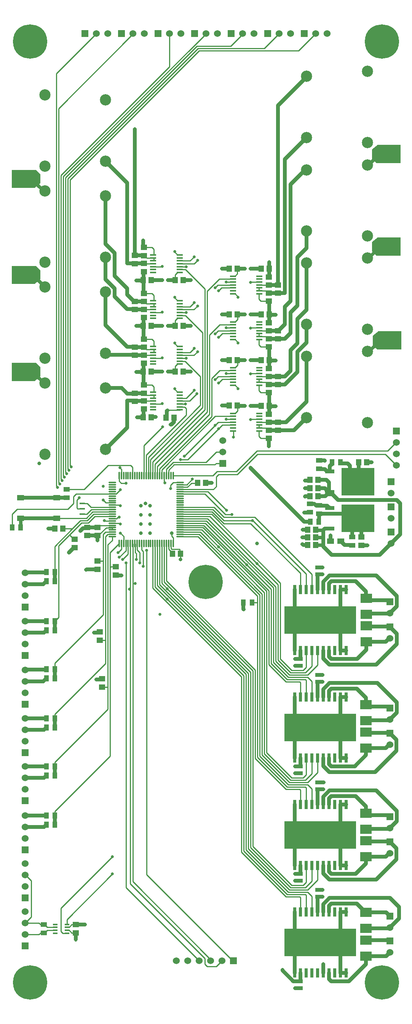
<source format=gtl>
G04*
G04 #@! TF.GenerationSoftware,Altium Limited,Altium Designer,19.0.15 (446)*
G04*
G04 Layer_Physical_Order=1*
G04 Layer_Color=255*
%FSLAX25Y25*%
%MOIN*%
G70*
G01*
G75*
%ADD11C,0.01000*%
%ADD30R,0.63000X0.24400*%
%ADD31R,0.02500X0.08300*%
%ADD44R,0.29000X0.24000*%
%ADD45R,0.08268X0.03740*%
%ADD46R,0.04528X0.05709*%
%ADD47R,0.04134X0.05512*%
%ADD48R,0.05512X0.01378*%
%ADD49R,0.03937X0.03543*%
%ADD50R,0.06102X0.05118*%
%ADD51R,0.04331X0.01575*%
%ADD52R,0.04724X0.01575*%
%ADD53R,0.09843X0.07874*%
%ADD54R,0.06000X0.05000*%
%ADD55R,0.05512X0.04134*%
%ADD56R,0.05709X0.04528*%
%ADD57O,0.01181X0.07087*%
%ADD58O,0.07087X0.01181*%
%ADD59C,0.03200*%
%ADD60C,0.03000*%
%ADD61R,0.06000X0.06000*%
%ADD62C,0.06000*%
%ADD63R,0.06000X0.06000*%
%ADD64C,0.30000*%
%ADD65C,0.09843*%
%ADD66C,0.03200*%
%ADD67C,0.02500*%
G36*
X30000Y559151D02*
Y551151D01*
X25000Y547151D01*
X5000D01*
Y562922D01*
X26228D01*
X30000Y559151D01*
D02*
G37*
G36*
Y643891D02*
Y635891D01*
X25000Y631891D01*
X5000D01*
Y647663D01*
X26228D01*
X30000Y643891D01*
D02*
G37*
G36*
Y728000D02*
Y720000D01*
X25000Y716000D01*
X5000D01*
Y731772D01*
X26228D01*
X30000Y728000D01*
D02*
G37*
G36*
X345900Y574837D02*
X324672D01*
X320900Y578609D01*
Y586609D01*
X325900Y590609D01*
X345900D01*
Y574837D01*
D02*
G37*
G36*
X345400Y656837D02*
X324172D01*
X320400Y660609D01*
Y668609D01*
X325400Y672609D01*
X345400D01*
Y656837D01*
D02*
G37*
G36*
Y737837D02*
X324172D01*
X320400Y741609D01*
Y749609D01*
X325400Y753609D01*
X345400D01*
Y737837D01*
D02*
G37*
D11*
X147843Y635488D02*
X147949Y635595D01*
X147843Y595366D02*
X148000Y595524D01*
X147843Y555366D02*
X148000Y555524D01*
X151917Y521716D02*
X152106Y521906D01*
X141385Y521716D02*
X151917D01*
X100752Y457795D02*
X105000D01*
X98878Y459669D02*
X100752Y457795D01*
X98878Y459669D02*
Y464335D01*
X189371Y475129D02*
X189500Y475000D01*
X183800Y475129D02*
X189371D01*
X182671Y474000D02*
X183800Y475129D01*
X169500Y474000D02*
X182671D01*
X190500Y422500D02*
X214000D01*
X180358Y432642D02*
X190500Y422500D01*
X152224Y432642D02*
X180358D01*
X214000Y422500D02*
X257600Y378900D01*
X147043Y474000D02*
X169500D01*
X142185Y469142D02*
X147043Y474000D01*
X142185Y464335D02*
Y469142D01*
X175000Y476000D02*
X184000Y485000D01*
X189500D01*
X146122Y476000D02*
X175000D01*
X140217Y470094D02*
X146122Y476000D01*
X140217Y464335D02*
Y470094D01*
X152500Y478500D02*
X159043D01*
X178750Y39750D02*
Y41250D01*
X156000Y481217D02*
Y481457D01*
X108721Y365000D02*
Y404886D01*
Y107343D02*
Y365000D01*
X156000Y481457D02*
X183000Y508457D01*
X219500Y486000D02*
X334000D01*
X201500Y468000D02*
X219500Y486000D01*
X184665Y468000D02*
X201500D01*
X181000Y464335D02*
X184665Y468000D01*
X146122Y464335D02*
X181000D01*
X158164Y456264D02*
X163100Y461200D01*
X152224Y456264D02*
X158164D01*
X221236Y618563D02*
Y623457D01*
Y578563D02*
Y583457D01*
Y538563D02*
Y543457D01*
Y498563D02*
Y503457D01*
X129142Y657382D02*
Y662276D01*
Y617260D02*
Y622142D01*
Y577260D02*
Y582154D01*
Y537260D02*
Y541913D01*
X167552Y457795D02*
X167657Y457900D01*
X162252Y457795D02*
X167552D01*
X341000Y473000D02*
Y474000D01*
X183800Y463300D02*
X186000Y465500D01*
X183800Y454800D02*
Y463300D01*
X181327Y452327D02*
X183800Y454800D01*
X186000Y465500D02*
X202396D01*
X152224Y452327D02*
X181327D01*
X219896Y483000D02*
X332000D01*
X202396Y465500D02*
X219896Y483000D01*
X159043Y478500D02*
X186000Y505457D01*
X189118Y508575D01*
X183000Y508457D02*
X185677Y511134D01*
X136279Y469461D02*
X183070Y516252D01*
X136279Y464335D02*
Y469461D01*
X183070Y516252D02*
X198272D01*
X134311Y470311D02*
X180000Y516000D01*
X134311Y464335D02*
Y470311D01*
X180000Y516000D02*
Y549346D01*
X132343Y472342D02*
X178000Y518000D01*
X130374Y474374D02*
X176000Y520000D01*
X128405Y476405D02*
X174000Y522000D01*
X178000Y518000D02*
Y587346D01*
X174000Y522000D02*
Y627587D01*
X130374Y464335D02*
Y474374D01*
X132343Y464335D02*
Y472342D01*
X176000Y520000D02*
Y625655D01*
X128405Y464335D02*
Y476405D01*
X126437Y478437D02*
X172000Y524000D01*
X124469Y480469D02*
X170000Y526000D01*
X122500Y482500D02*
X157500Y517500D01*
X172000Y524000D02*
Y589465D01*
X122500Y464335D02*
Y482500D01*
X170000Y526000D02*
Y551136D01*
X157500Y517500D02*
Y523000D01*
X124469Y464335D02*
Y480469D01*
X126437Y464335D02*
Y478437D01*
X48000Y726900D02*
X143000Y821900D01*
X48000Y461000D02*
Y726900D01*
X143000Y821900D02*
Y851000D01*
X219750Y387250D02*
X238000Y369000D01*
X219500Y387500D02*
X219750Y387250D01*
X178295Y428705D02*
X219500Y387500D01*
X176264Y426736D02*
X236000Y367000D01*
X238000Y303000D02*
Y369000D01*
X152224Y428705D02*
X178295D01*
X240000Y304000D02*
Y370500D01*
X179827Y430673D02*
X240000Y370500D01*
X152224Y430673D02*
X179827D01*
X220000Y353500D02*
Y359000D01*
Y218000D02*
Y353500D01*
X215240Y353500D02*
X215240Y353500D01*
X220000D01*
X141000Y356500D02*
X208000Y289500D01*
X130374Y367126D02*
X141000Y356500D01*
X128405Y365913D02*
Y404886D01*
X210000Y137000D02*
Y290682D01*
X128405Y365913D02*
X206000Y288318D01*
X132343Y368339D02*
X210000Y290682D01*
X132343Y368339D02*
Y404886D01*
X206000Y135000D02*
Y288318D01*
X141000Y365500D02*
X214000Y292500D01*
X136279Y370220D02*
X141000Y365500D01*
X216000Y140000D02*
Y293682D01*
X134311Y369007D02*
Y404886D01*
X138248Y371434D02*
X216000Y293682D01*
X134311Y369007D02*
X212000Y291318D01*
Y138000D02*
Y291318D01*
X138248Y371434D02*
Y404886D01*
X171106Y416894D02*
X226000Y362000D01*
X152224Y418862D02*
X172320D01*
X228000Y222000D02*
Y363182D01*
X169893Y414925D02*
X224000Y360818D01*
X172320Y418862D02*
X228000Y363182D01*
X152224Y414925D02*
X169893D01*
X224000Y220000D02*
Y360818D01*
X174201Y422799D02*
X232000Y365000D01*
X152224Y424768D02*
X175414D01*
X234000Y301000D02*
Y366182D01*
X175414Y424768D02*
X234000Y366182D01*
X172987Y420831D02*
X230000Y363818D01*
X152224Y420831D02*
X172987D01*
X230000Y299000D02*
Y363818D01*
X152224Y422799D02*
X174201D01*
X152224Y426736D02*
X176264D01*
X152224Y416894D02*
X171106D01*
X169043Y412957D02*
X222000Y360000D01*
X152224Y412957D02*
X169043D01*
X168012Y410988D02*
X220000Y359000D01*
X152224Y410988D02*
X168012D01*
X222000Y219000D02*
Y360000D01*
X226000Y221000D02*
Y362000D01*
X174000Y448390D02*
X191890Y430500D01*
X197500D01*
X228500Y412500D02*
X262600Y378400D01*
X216000Y425000D02*
X228500Y412500D01*
X206000Y135000D02*
X245000Y96000D01*
X208000Y136000D02*
Y289500D01*
Y136000D02*
X246000Y98000D01*
X210000Y137000D02*
X247000Y100000D01*
X212000Y138000D02*
X248000Y102000D01*
X214000Y139000D02*
Y292500D01*
Y139000D02*
X249000Y104000D01*
X267600Y364600D02*
Y377900D01*
X217500Y428000D02*
X267600Y377900D01*
X190484Y428000D02*
X217500D01*
X262600Y364600D02*
Y378400D01*
X190500Y425000D02*
X216000D01*
X257600Y364600D02*
Y378900D01*
X184000Y35000D02*
X189000Y40000D01*
X176086Y35000D02*
X184000D01*
X174000Y37086D02*
X176086Y35000D01*
X174000Y37086D02*
Y42063D01*
X108721Y107343D02*
X174000Y42063D01*
X105000Y104000D02*
X169000Y40000D01*
X105000Y388000D02*
X105000Y104000D01*
X110811Y109189D02*
X178750Y41250D01*
X110811Y109189D02*
Y370000D01*
X123000Y115500D02*
X199000Y39500D01*
X123000Y115500D02*
Y399000D01*
X151909Y652264D02*
X161004D01*
X150106D02*
X151909D01*
X42740Y167689D02*
Y170689D01*
Y210689D02*
Y213689D01*
Y252689D02*
Y255689D01*
Y295689D02*
Y300440D01*
X85000Y342700D01*
X42740Y337040D02*
Y337689D01*
Y337000D02*
Y337040D01*
X46000Y340300D01*
X42720Y337020D02*
X42740Y337040D01*
X41565Y335865D02*
X42720Y337020D01*
X46000Y340300D02*
Y403000D01*
X42457Y380000D02*
Y402457D01*
X58000Y418000D01*
X16850Y115000D02*
X22000Y109850D01*
X16500Y115000D02*
X16850D01*
X22000Y78500D02*
Y109850D01*
X16500Y73000D02*
X22000Y78500D01*
X221697Y631134D02*
X229654D01*
X221236D02*
X221697D01*
Y626016D02*
X227323D01*
X221236D02*
X221697D01*
X221236D02*
Y628575D01*
Y586016D02*
Y588575D01*
X221697Y591134D02*
X229654D01*
X221236D02*
X221697D01*
X221236Y586016D02*
X221697D01*
X221236Y551134D02*
X221697D01*
X221236Y546016D02*
Y548575D01*
Y546016D02*
X221697D01*
X335500Y58000D02*
X336000Y57500D01*
X335500Y68500D02*
X336000Y69000D01*
X68803Y71543D02*
X69000Y71740D01*
X12740Y419000D02*
X12752Y419012D01*
X5260Y419000D02*
Y430673D01*
X9587Y435000D01*
X54000D01*
X59000Y440000D01*
X198468Y623457D02*
X200339D01*
X198272D02*
X198468D01*
Y583457D02*
X200339D01*
X198272D02*
X198468D01*
Y543457D02*
X200339D01*
X198272D02*
X198468D01*
X151909Y657382D02*
X152106D01*
X150039D02*
X151909D01*
Y617260D02*
X152106D01*
X150039D02*
X151909D01*
Y577260D02*
X152106D01*
X150039D02*
X151909D01*
Y537260D02*
X152106D01*
X150039D02*
X151909D01*
X53118Y66720D02*
X55146D01*
X151909Y649705D02*
X164488D01*
X150106D02*
X151909D01*
X198468Y593693D02*
X200272D01*
X192500D02*
X198468D01*
Y553693D02*
X200272D01*
X192500D02*
X198468D01*
Y513693D02*
X200272D01*
X192500D02*
X198468D01*
X53118Y69279D02*
X55146D01*
X31567Y65827D02*
X34925D01*
X28740Y63000D02*
X31567Y65827D01*
X16500Y63000D02*
X28740D01*
X16000D02*
X16500D01*
X31567Y70173D02*
X34925D01*
X16500Y73000D02*
X28740D01*
X31567Y70173D01*
X48000Y65827D02*
X49665Y64161D01*
X53118D01*
X48000Y65827D02*
Y86000D01*
X53118Y76149D02*
X93000Y116031D01*
X55146Y66720D02*
X57410Y64457D01*
X58000D01*
X55146Y69279D02*
X57410Y71543D01*
X58000D01*
X35819Y69279D02*
X42882D01*
X34925Y70173D02*
X35819Y69279D01*
X34925Y65827D02*
X35819Y66720D01*
X42882D01*
X169000Y836000D02*
X256100D01*
X271000Y850900D01*
Y851000D01*
X168000Y838000D02*
X226000D01*
X239000Y851000D01*
X196500Y840000D02*
X207000Y850500D01*
Y851000D01*
X174500Y850400D02*
Y851500D01*
X50000Y725900D02*
X174500Y850400D01*
X50000Y464000D02*
Y725900D01*
X109750Y849250D02*
X112250D01*
X46000Y785500D02*
X109750Y849250D01*
X46000Y458000D02*
Y785500D01*
X44000Y816000D02*
X79000Y851000D01*
X44000Y816000D02*
X44000Y455000D01*
X151909Y642028D02*
X152106D01*
X150039D02*
X151909D01*
X198468Y638811D02*
X200339D01*
X198272D02*
X198468D01*
X151909Y601905D02*
X152106D01*
X150039D02*
X151909D01*
X198468Y598811D02*
X200339D01*
X198272D02*
X198468D01*
X151909Y561905D02*
X152106D01*
X150039D02*
X151909D01*
X198468Y558811D02*
X200339D01*
X198272D02*
X198468D01*
Y518811D02*
X200339D01*
X198272D02*
X198468D01*
X332000Y483000D02*
X341000Y474000D01*
X218000Y217000D02*
Y294500D01*
X140217Y372284D02*
X218000Y294500D01*
X140217Y372284D02*
Y404886D01*
X136279Y370220D02*
Y404886D01*
X130374Y367126D02*
Y404886D01*
X176520Y450480D02*
X193000Y434000D01*
X199000Y498000D02*
Y502925D01*
X198468Y503457D02*
X199000Y502925D01*
X99600Y471111D02*
Y471200D01*
Y471111D02*
X100847Y469864D01*
Y464335D02*
Y469864D01*
X89201Y473500D02*
X109000D01*
X68181Y452480D02*
X89201Y473500D01*
X109000D02*
X110689Y471811D01*
Y464335D02*
Y471811D01*
X84900Y442900D02*
X87284Y440516D01*
X92776D01*
X127492Y583803D02*
X129142Y582154D01*
X120492Y583803D02*
X127492D01*
X152106Y527024D02*
X157000D01*
X152106Y567024D02*
X157500D01*
X152106Y607024D02*
X157500D01*
X152106Y647146D02*
X157500D01*
X192500Y633693D02*
X198272D01*
X202429Y640902D02*
Y645457D01*
X200339Y638811D02*
X202429Y640902D01*
X202500Y600973D02*
Y605386D01*
X202429Y605457D02*
X202500Y605386D01*
X200339Y598811D02*
X202500Y600973D01*
Y560972D02*
Y565386D01*
X202429Y565457D02*
X202500Y565386D01*
X200339Y558811D02*
X202500Y560972D01*
X202500Y520972D02*
Y525457D01*
X202429Y525528D02*
X202500Y525457D01*
X200339Y518811D02*
X202500Y520972D01*
X189118Y508575D02*
X198272D01*
X185677Y511134D02*
X198272D01*
X202599Y540744D02*
X202886Y540457D01*
X202599Y540744D02*
Y541196D01*
X200339Y543457D02*
X202599Y541196D01*
X186000Y545457D02*
X189118Y548575D01*
X198272D01*
X183000Y548457D02*
X185677Y551134D01*
X198272D01*
X186906Y556252D02*
X198272D01*
X202599Y580744D02*
X202886Y580457D01*
X202599Y580744D02*
Y581196D01*
X200339Y583457D02*
X202599Y581196D01*
X186000Y585457D02*
X189118Y588575D01*
X198272D01*
X183000Y588457D02*
X185677Y591134D01*
X198272D01*
X186906Y596252D02*
X198272D01*
X202599Y620744D02*
X202886Y620457D01*
X202599Y620744D02*
Y621197D01*
X200339Y623457D02*
X202599Y621197D01*
X186000Y626016D02*
X188559Y628575D01*
X198272D01*
X183000Y628766D02*
X185368Y631134D01*
X198272D01*
X186597Y636252D02*
X198272D01*
X141121Y521452D02*
X141385Y521716D01*
X148000Y555524D02*
Y559866D01*
X150039Y561905D01*
X147843Y555366D02*
X147949Y555260D01*
X148000Y595524D02*
Y599866D01*
X150039Y601905D01*
X147949Y635595D02*
Y639937D01*
X150039Y642028D01*
X156224Y524276D02*
X157500Y523000D01*
X152295Y524276D02*
X156224D01*
X152106Y524465D02*
X152295Y524276D01*
X147492Y540260D02*
X147779Y539973D01*
Y539520D02*
Y539973D01*
Y539520D02*
X150039Y537260D01*
X160583Y529583D02*
X167000Y536000D01*
X152106Y529583D02*
X160583D01*
X157705Y532142D02*
X164563Y539000D01*
X152106Y532142D02*
X157705D01*
X152106Y564465D02*
X156672D01*
X147492Y580260D02*
X147779Y579973D01*
Y579520D02*
Y579973D01*
Y579520D02*
X150039Y577260D01*
X164366Y569583D02*
X167563Y572780D01*
X152106Y569583D02*
X164366D01*
X160925Y572142D02*
X164563Y575779D01*
X152106Y572142D02*
X160925D01*
X147492Y620260D02*
X147779Y619973D01*
Y619520D02*
Y619973D01*
Y619520D02*
X150039Y617260D01*
X164366Y609583D02*
X167563Y612780D01*
X152106Y609583D02*
X164366D01*
X160882Y612142D02*
X164520Y615779D01*
X152106Y612142D02*
X160882D01*
X152106Y604465D02*
X157000D01*
X152106Y644587D02*
X157000D01*
X164488Y649705D02*
X167563Y652779D01*
X161004Y652264D02*
X164520Y655780D01*
X147492Y659929D02*
Y660260D01*
Y659929D02*
X150039Y657382D01*
X214122Y633693D02*
X221236D01*
X213886Y633457D02*
X214122Y633693D01*
X213886Y593457D02*
X214122Y593693D01*
X221236D01*
X214122Y553693D02*
X221236D01*
X213886Y553457D02*
X214122Y553693D01*
X221236Y506016D02*
Y508575D01*
X214122Y513693D02*
X221236D01*
Y506016D02*
X223500D01*
X213886Y513457D02*
X214122Y513693D01*
X221236Y511134D02*
X223500D01*
X221697Y586016D02*
X227268D01*
X221697Y551134D02*
X229654D01*
X221697Y546016D02*
X227268D01*
X223500Y506016D02*
X227268D01*
X223500Y511134D02*
X229795D01*
X129142Y652264D02*
Y654823D01*
X126878D02*
X129142D01*
X126878Y649705D02*
X129142D01*
X126878Y614701D02*
X129142D01*
Y612142D02*
Y614701D01*
X126878Y609583D02*
X129142D01*
X126878Y569583D02*
X129142D01*
Y572142D02*
Y574701D01*
X126878D02*
X129142D01*
X129130Y534713D02*
X129142Y534701D01*
Y532142D02*
Y534701D01*
X126878Y529583D02*
X129142D01*
X72000Y423000D02*
X77705Y428705D01*
X75642Y432642D02*
X92776D01*
X70142Y427142D02*
X75642Y432642D01*
X74532Y434610D02*
X92776D01*
X70547Y430626D02*
X74532Y434610D01*
X76673Y430673D02*
X92776D01*
X71000Y425000D02*
X76673Y430673D01*
X181905Y436579D02*
X190484Y428000D01*
X152224Y436579D02*
X181905D01*
X180890Y434610D02*
X190500Y425000D01*
X152224Y434610D02*
X180890D01*
X112492Y767492D02*
X112500Y767500D01*
X56000Y723000D02*
X169000Y836000D01*
X56000Y473000D02*
Y723000D01*
X54000Y724000D02*
X168000Y838000D01*
X52000Y725000D02*
X167000Y840000D01*
X54000Y470000D02*
Y724000D01*
X167000Y840000D02*
X196500D01*
X52000Y467000D02*
Y725000D01*
X144000Y456110D02*
X146122Y458232D01*
X144000Y453000D02*
Y456110D01*
X146122Y458232D02*
X152224D01*
X108003Y365000D02*
X108721D01*
X110811Y370000D02*
Y404764D01*
Y370000D02*
X113000D01*
X92776Y422799D02*
X98795D01*
X120531Y490531D02*
X137000Y507000D01*
X139000Y458000D02*
Y458406D01*
X138248Y459158D02*
X139000Y458406D01*
X138248Y459158D02*
Y464335D01*
X59000Y446000D02*
X61390Y448390D01*
X92776D01*
X100000Y414000D02*
X102815Y411185D01*
Y404886D02*
Y411185D01*
X92776Y438547D02*
X99047D01*
X92776Y448390D02*
X96390D01*
X100000Y452000D01*
X145000Y411250D02*
X146122Y410128D01*
Y404886D02*
Y410128D01*
X145000Y411250D02*
Y414000D01*
X334000Y486000D02*
X341000Y493000D01*
X85000Y342700D02*
Y390000D01*
X86000Y425000D02*
X86232Y424768D01*
X92776D01*
X119949Y385000D02*
X120000Y385051D01*
X117000Y388000D02*
Y397000D01*
X120000Y385051D02*
Y398000D01*
X112811Y397189D02*
X114000Y396000D01*
Y391000D02*
Y396000D01*
X114626Y399374D02*
Y404886D01*
Y399374D02*
X117000Y397000D01*
X56000Y473000D02*
X57000Y472000D01*
X58000Y418000D02*
X65000Y425000D01*
X49543Y418000D02*
X58000D01*
X56000Y413000D02*
X66000Y423000D01*
X46000Y403000D02*
X56000Y413000D01*
Y411953D02*
Y413000D01*
Y411953D02*
X59409Y408543D01*
X60000D01*
X85000Y390000D02*
Y413000D01*
X84543Y389543D02*
X85000Y390000D01*
X80000Y389543D02*
X84543D01*
X87000Y321000D02*
Y411000D01*
Y299949D02*
Y321000D01*
X86457Y320457D02*
X87000Y321000D01*
X82000Y320457D02*
X86457D01*
X42740Y255689D02*
X87000Y299949D01*
X89000Y280000D02*
Y404000D01*
Y259949D02*
Y280000D01*
X88457Y279457D02*
X89000Y280000D01*
X84000Y279457D02*
X88457D01*
X91000Y218949D02*
Y384000D01*
X42740Y210000D02*
Y210689D01*
Y170689D02*
X91000Y218949D01*
X89000Y404000D02*
X92776Y407776D01*
X42740Y167000D02*
Y167689D01*
X91000Y384000D02*
Y397000D01*
Y384000D02*
X91543Y384543D01*
X96099D01*
X42740Y295000D02*
Y295689D01*
Y252000D02*
Y252689D01*
Y213689D02*
X89000Y259949D01*
X112811Y397189D02*
Y404732D01*
X112657Y404886D02*
X112811Y404732D01*
X118563Y399437D02*
X120000Y398000D01*
X118563Y399437D02*
Y404886D01*
X98000Y397000D02*
X100847Y399847D01*
Y404886D01*
X106752Y395752D02*
Y404886D01*
X102000Y391000D02*
X106752Y395752D01*
X99000Y393000D02*
X104783Y398783D01*
Y404886D01*
X91000Y397000D02*
X98878Y404878D01*
X87000Y411000D02*
X88957Y412957D01*
X86925Y414925D02*
X92776D01*
X85000Y413000D02*
X86925Y414925D01*
X59000Y440000D02*
Y446000D01*
X62000Y436000D02*
Y442929D01*
X64000Y444929D01*
X62000Y436000D02*
X62650Y435350D01*
X66602D01*
Y430626D02*
X70547D01*
X77705Y428705D02*
X92776D01*
X71000Y440000D02*
X74421Y436579D01*
X92776D01*
X66677Y440000D02*
X71000D01*
X53000Y452480D02*
X68181D01*
X48000Y461000D02*
X49000Y460000D01*
X46000Y458000D02*
X47000Y457000D01*
X53000Y445000D02*
X53689D01*
X98713Y427713D02*
X99000Y428000D01*
X97693Y427713D02*
X98713D01*
X96716Y426736D02*
X97693Y427713D01*
X92776Y426736D02*
X96716D01*
X44000Y455000D02*
X45000Y454000D01*
X54000Y470000D02*
X55000Y469000D01*
X52000Y467000D02*
X53000Y466000D01*
X50000Y464000D02*
X51000Y463000D01*
X44248Y427142D02*
X70142D01*
X152347Y450480D02*
X176520D01*
X152224Y448390D02*
X174000D01*
X48000Y86000D02*
X93000Y131000D01*
X53118Y71839D02*
Y76149D01*
X110689Y404886D02*
X110811Y404764D01*
X66000Y423000D02*
X72000D01*
X65000Y425000D02*
X71000D01*
X158752Y454295D02*
X162252Y457795D01*
X152224Y454295D02*
X158752D01*
X152224Y450358D02*
X152347Y450480D01*
X257500Y82600D02*
Y95414D01*
X256914Y96000D02*
X257500Y95414D01*
X245000Y96000D02*
X256914D01*
X267500Y82600D02*
Y96500D01*
X264000Y100000D02*
X267500Y96500D01*
X247000Y100000D02*
X264000D01*
Y102000D02*
X272600Y110600D01*
X248000Y102000D02*
X264000D01*
X262000Y104000D02*
X267600Y109600D01*
X249000Y104000D02*
X262000D01*
X260000Y106000D02*
X262600Y108600D01*
X250000Y106000D02*
X260000D01*
X216000Y140000D02*
X250000Y106000D01*
X218000Y217000D02*
X245000Y190000D01*
X220000Y218000D02*
X246000Y192000D01*
X222000Y219000D02*
X247000Y194000D01*
X224000Y220000D02*
X248000Y196000D01*
X226000Y221000D02*
X249000Y198000D01*
X228000Y222000D02*
X250000Y200000D01*
X230000Y299000D02*
X245000Y284000D01*
X232000Y300000D02*
Y365000D01*
Y300000D02*
X246000Y286000D01*
X234000Y301000D02*
X247000Y288000D01*
X236000Y302000D02*
Y367000D01*
Y302000D02*
X248000Y290000D01*
X238000Y303000D02*
X249000Y292000D01*
X240000Y304000D02*
X250000Y294000D01*
X262500Y82600D02*
Y97414D01*
X261914Y98000D02*
X262500Y97414D01*
X246000Y98000D02*
X261914D01*
X272600Y110600D02*
Y123400D01*
X267600Y109600D02*
Y123400D01*
X262600Y108600D02*
Y123400D01*
X257600Y176600D02*
Y189400D01*
X257000Y190000D02*
X257600Y189400D01*
X245000Y190000D02*
X257000D01*
X152543Y391000D02*
Y396000D01*
X151957Y396586D02*
Y400000D01*
Y396586D02*
X152543Y396000D01*
X145000Y400000D02*
X151957D01*
X144276Y400724D02*
X145000Y400000D01*
X144276Y400724D02*
Y404764D01*
X144153Y404886D02*
X144276Y404764D01*
X145142Y395685D02*
Y396905D01*
X142185Y399862D02*
X145142Y396905D01*
X142185Y399862D02*
Y404886D01*
X262600Y176600D02*
Y191400D01*
X262000Y192000D02*
X262600Y191400D01*
X246000Y192000D02*
X262000D01*
X267600Y176600D02*
Y190400D01*
X264000Y194000D02*
X267600Y190400D01*
X247000Y194000D02*
X264000D01*
X249000Y198000D02*
X262000D01*
X250000Y200000D02*
X260000D01*
X264000Y196000D02*
X272600Y204600D01*
Y217400D01*
X248000Y196000D02*
X264000D01*
X262000Y198000D02*
X267600Y203600D01*
Y217400D01*
X260000Y200000D02*
X262600Y202600D01*
Y217400D01*
X257600Y270600D02*
Y283400D01*
X257000Y284000D02*
X257600Y283400D01*
X245000Y284000D02*
X257000D01*
X262600Y270600D02*
Y285400D01*
X262000Y286000D02*
X262600Y285400D01*
X246000Y286000D02*
X262000D01*
X267600Y270600D02*
Y284400D01*
X264000Y288000D02*
X267600Y284400D01*
X247000Y288000D02*
X264000D01*
Y290000D02*
X272600Y298600D01*
Y311400D01*
X248000Y290000D02*
X264000D01*
X262000Y292000D02*
X267600Y297600D01*
Y311400D01*
X249000Y292000D02*
X262000D01*
X250000Y294000D02*
X260000D01*
X262600Y296600D01*
Y311400D01*
X120531Y464335D02*
Y490531D01*
X121095Y663925D02*
X127492D01*
X180000Y549346D02*
X186906Y556252D01*
X178000Y587346D02*
X186906Y596252D01*
X176000Y625655D02*
X186597Y636252D01*
X156672Y564465D02*
X170000Y551136D01*
X157000Y604465D02*
X172000Y589465D01*
X157000Y644587D02*
X174000Y627587D01*
X136378Y647146D02*
X136492Y647260D01*
X129142Y647146D02*
X136378D01*
X136256Y607024D02*
X136492Y607260D01*
X129142Y607024D02*
X136256D01*
Y567024D02*
X136492Y567260D01*
X129142Y567024D02*
X136256D01*
Y527024D02*
X136492Y527260D01*
X129142Y527024D02*
X136256D01*
X229795Y511134D02*
X229972Y510957D01*
X229283Y504000D02*
X229874D01*
X227268Y506016D02*
X229283Y504000D01*
X222886Y496913D02*
X229874D01*
X221236Y498563D02*
X222886Y496913D01*
X229654Y551134D02*
X229874Y550913D01*
X229283Y544000D02*
X229874D01*
X227268Y546016D02*
X229283Y544000D01*
X222886Y536913D02*
X229874D01*
X221236Y538563D02*
X222886Y536913D01*
X229283Y584000D02*
X229874D01*
X227268Y586016D02*
X229283Y584000D01*
X229654Y591134D02*
X229874Y590913D01*
X222886Y576913D02*
X229874D01*
X221236Y578563D02*
X222886Y576913D01*
X229654Y631134D02*
X229874Y630913D01*
X229339Y624000D02*
X229929D01*
X227323Y626016D02*
X229339Y624000D01*
X222886Y616913D02*
X229929D01*
X221236Y618563D02*
X222886Y616913D01*
X147843Y635488D02*
X147949Y635382D01*
X147843Y595366D02*
X147949Y595260D01*
X127492Y663925D02*
X129142Y662276D01*
X120504Y656839D02*
X121095D01*
X123110Y654823D01*
X126878D01*
X120461Y649882D02*
X120638Y649705D01*
X126878D01*
X120504Y623791D02*
X127492D01*
X129142Y622142D01*
X120492Y609803D02*
X120713Y609583D01*
X126878D01*
X120449Y616760D02*
X121039D01*
X123098Y614701D01*
X126878D01*
X120492Y569803D02*
X120713Y569583D01*
X126878D01*
X120492Y576717D02*
X121083D01*
X123098Y574701D01*
X126878D01*
X120492Y543563D02*
X127492D01*
X129142Y541913D01*
X122256Y534713D02*
X129130D01*
X120492Y536476D02*
X122256Y534713D01*
X120713Y529583D02*
X126878D01*
X120492Y529803D02*
X120713Y529583D01*
X98878Y404878D02*
Y404886D01*
X92776Y407776D02*
Y410988D01*
X88957Y412957D02*
X92776D01*
X80590Y411957D02*
X87461Y418827D01*
X92741D01*
X80000Y411957D02*
X80590D01*
X92741Y418827D02*
X92776Y418862D01*
X66602Y440075D02*
X66677Y440000D01*
X92776Y416894D02*
Y418862D01*
X80000Y419043D02*
X80590D01*
X82378Y420831D01*
X92776D01*
D30*
X275000Y56000D02*
D03*
X275100Y338000D02*
D03*
Y244000D02*
D03*
Y150000D02*
D03*
D31*
X297500Y29400D02*
D03*
X292500D02*
D03*
X287500D02*
D03*
X282500D02*
D03*
X277500D02*
D03*
X272500D02*
D03*
X267500D02*
D03*
X262500D02*
D03*
X257500D02*
D03*
X252500D02*
D03*
Y82600D02*
D03*
X257500D02*
D03*
X262500D02*
D03*
X267500D02*
D03*
X272500D02*
D03*
X277500D02*
D03*
X282500D02*
D03*
X287500D02*
D03*
X292500D02*
D03*
X297500D02*
D03*
X297600Y364600D02*
D03*
X292600D02*
D03*
X287600D02*
D03*
X282600D02*
D03*
X277600D02*
D03*
X272600D02*
D03*
X267600D02*
D03*
X262600D02*
D03*
X257600D02*
D03*
X252600D02*
D03*
Y311400D02*
D03*
X257600D02*
D03*
X262600D02*
D03*
X267600D02*
D03*
X272600D02*
D03*
X277600D02*
D03*
X282600D02*
D03*
X287600D02*
D03*
X292600D02*
D03*
X297600D02*
D03*
Y270600D02*
D03*
X292600D02*
D03*
X287600D02*
D03*
X282600D02*
D03*
X277600D02*
D03*
X272600D02*
D03*
X267600D02*
D03*
X262600D02*
D03*
X257600D02*
D03*
X252600D02*
D03*
Y217400D02*
D03*
X257600D02*
D03*
X262600D02*
D03*
X267600D02*
D03*
X272600D02*
D03*
X277600D02*
D03*
X282600D02*
D03*
X287600D02*
D03*
X292600D02*
D03*
X297600D02*
D03*
Y176600D02*
D03*
X292600D02*
D03*
X287600D02*
D03*
X282600D02*
D03*
X277600D02*
D03*
X272600D02*
D03*
X267600D02*
D03*
X262600D02*
D03*
X257600D02*
D03*
X252600D02*
D03*
Y123400D02*
D03*
X257600D02*
D03*
X262600D02*
D03*
X267600D02*
D03*
X272600D02*
D03*
X277600D02*
D03*
X282600D02*
D03*
X287600D02*
D03*
X292600D02*
D03*
X297600D02*
D03*
D44*
X308071Y427142D02*
D03*
Y459000D02*
D03*
D45*
X283268Y418165D02*
D03*
Y436118D02*
D03*
Y467976D02*
D03*
Y450024D02*
D03*
D46*
X265957Y460543D02*
D03*
X273043D02*
D03*
X263957Y410500D02*
D03*
X271043D02*
D03*
X263957Y403727D02*
D03*
X271043D02*
D03*
X273043Y453500D02*
D03*
X265957D02*
D03*
X167657Y457900D02*
D03*
X174743D02*
D03*
X49543Y418000D02*
D03*
X42457D02*
D03*
X230429Y565457D02*
D03*
X223342D02*
D03*
X230429Y525457D02*
D03*
X223342D02*
D03*
X195343Y565457D02*
D03*
X202429D02*
D03*
X230429Y605457D02*
D03*
X223342D02*
D03*
X195343Y605457D02*
D03*
X202429D02*
D03*
X155035Y595260D02*
D03*
X147949D02*
D03*
X119949Y595260D02*
D03*
X127035D02*
D03*
X155035Y555260D02*
D03*
X147949D02*
D03*
X119949Y555260D02*
D03*
X127035D02*
D03*
X195343Y525528D02*
D03*
X202429D02*
D03*
X155035Y635382D02*
D03*
X147949D02*
D03*
X230429Y645457D02*
D03*
X223342D02*
D03*
X195343Y645457D02*
D03*
X202429D02*
D03*
X119949Y635382D02*
D03*
X127035D02*
D03*
X147043Y515000D02*
D03*
X139957D02*
D03*
X119949Y515260D02*
D03*
X127035D02*
D03*
X152543Y396000D02*
D03*
X145457D02*
D03*
X265957Y446421D02*
D03*
X273043D02*
D03*
X263957Y417087D02*
D03*
X271043D02*
D03*
X315543Y476000D02*
D03*
X308457D02*
D03*
D47*
X207760Y353500D02*
D03*
X215240D02*
D03*
X12740Y419000D02*
D03*
X5260D02*
D03*
X292740Y476000D02*
D03*
X285260D02*
D03*
X273740Y424000D02*
D03*
X266260D02*
D03*
X42740Y380000D02*
D03*
X35260D02*
D03*
X42740Y372000D02*
D03*
X35260D02*
D03*
X42740Y337000D02*
D03*
X35260D02*
D03*
X42740Y329000D02*
D03*
X35260D02*
D03*
X42740Y295000D02*
D03*
X35260D02*
D03*
Y287000D02*
D03*
X42740D02*
D03*
Y252000D02*
D03*
X35260D02*
D03*
X42740Y244000D02*
D03*
X35260D02*
D03*
X42740Y210000D02*
D03*
X35260D02*
D03*
X42740Y202000D02*
D03*
X35260D02*
D03*
X42740Y167000D02*
D03*
X35260D02*
D03*
X42740Y159000D02*
D03*
X35260D02*
D03*
D48*
X151909Y537260D02*
D03*
Y534701D02*
D03*
Y532142D02*
D03*
Y529583D02*
D03*
Y527024D02*
D03*
Y524465D02*
D03*
Y521906D02*
D03*
X128681Y521906D02*
D03*
Y524465D02*
D03*
Y527024D02*
D03*
Y529583D02*
D03*
Y532142D02*
D03*
Y534701D02*
D03*
Y537260D02*
D03*
Y577260D02*
D03*
Y574701D02*
D03*
Y572142D02*
D03*
Y569583D02*
D03*
Y567024D02*
D03*
Y564465D02*
D03*
Y561905D02*
D03*
X151909Y561905D02*
D03*
Y564465D02*
D03*
Y567024D02*
D03*
Y569583D02*
D03*
Y572142D02*
D03*
Y574701D02*
D03*
Y577260D02*
D03*
Y617260D02*
D03*
Y614701D02*
D03*
Y612142D02*
D03*
Y609583D02*
D03*
Y607024D02*
D03*
Y604465D02*
D03*
Y601905D02*
D03*
X128681Y601905D02*
D03*
Y604465D02*
D03*
Y607024D02*
D03*
Y609583D02*
D03*
Y612142D02*
D03*
Y614701D02*
D03*
Y617260D02*
D03*
Y657382D02*
D03*
Y654823D02*
D03*
Y652264D02*
D03*
Y649705D02*
D03*
Y647146D02*
D03*
Y644587D02*
D03*
Y642028D02*
D03*
X151909Y642028D02*
D03*
Y644587D02*
D03*
Y647146D02*
D03*
Y649705D02*
D03*
Y652264D02*
D03*
Y654823D02*
D03*
Y657382D02*
D03*
X198468Y623457D02*
D03*
Y626016D02*
D03*
Y628575D02*
D03*
Y631134D02*
D03*
Y633693D02*
D03*
Y636252D02*
D03*
Y638811D02*
D03*
X221697Y638811D02*
D03*
Y636252D02*
D03*
Y633693D02*
D03*
Y631134D02*
D03*
Y628575D02*
D03*
Y626016D02*
D03*
Y623457D02*
D03*
Y583457D02*
D03*
Y586016D02*
D03*
Y588575D02*
D03*
Y591134D02*
D03*
Y593693D02*
D03*
Y596252D02*
D03*
Y598811D02*
D03*
X198468Y598811D02*
D03*
Y596252D02*
D03*
Y593693D02*
D03*
Y591134D02*
D03*
Y588575D02*
D03*
Y586016D02*
D03*
Y583457D02*
D03*
Y543457D02*
D03*
Y546016D02*
D03*
Y548575D02*
D03*
Y551134D02*
D03*
Y553693D02*
D03*
Y556252D02*
D03*
Y558811D02*
D03*
X221697Y558811D02*
D03*
Y556252D02*
D03*
Y553693D02*
D03*
Y551134D02*
D03*
Y548575D02*
D03*
Y546016D02*
D03*
Y543457D02*
D03*
Y503457D02*
D03*
Y506016D02*
D03*
Y508575D02*
D03*
Y511134D02*
D03*
Y513693D02*
D03*
Y516252D02*
D03*
Y518811D02*
D03*
X198468Y518811D02*
D03*
Y516252D02*
D03*
Y513693D02*
D03*
Y511134D02*
D03*
Y508575D02*
D03*
Y506016D02*
D03*
Y503457D02*
D03*
D49*
X257500Y22150D02*
D03*
Y15850D02*
D03*
X272600Y377850D02*
D03*
Y384150D02*
D03*
X257600Y297850D02*
D03*
Y304150D02*
D03*
X272600Y290150D02*
D03*
Y283850D02*
D03*
X257600Y203850D02*
D03*
Y210150D02*
D03*
X272600Y196150D02*
D03*
Y189850D02*
D03*
X257600Y109850D02*
D03*
Y116150D02*
D03*
X272500Y102150D02*
D03*
Y95850D02*
D03*
D50*
X44248Y427142D02*
D03*
X12752D02*
D03*
X44248Y444858D02*
D03*
X12752D02*
D03*
D51*
X42882Y71839D02*
D03*
Y69279D02*
D03*
Y66720D02*
D03*
Y64161D02*
D03*
X53118Y71839D02*
D03*
Y69279D02*
D03*
Y66720D02*
D03*
Y64161D02*
D03*
D52*
X66602Y430626D02*
D03*
Y435350D02*
D03*
Y440075D02*
D03*
D53*
X315000Y44024D02*
D03*
Y58000D02*
D03*
X315124Y357000D02*
D03*
Y343024D02*
D03*
Y333000D02*
D03*
Y319024D02*
D03*
X315100Y263976D02*
D03*
Y250000D02*
D03*
Y226024D02*
D03*
Y240000D02*
D03*
Y168976D02*
D03*
Y155000D02*
D03*
Y145000D02*
D03*
Y131024D02*
D03*
X315024Y82476D02*
D03*
Y68500D02*
D03*
D54*
X284000Y407000D02*
D03*
X293000D02*
D03*
D55*
X303000Y403260D02*
D03*
Y410740D02*
D03*
X274000Y470260D02*
D03*
Y477740D02*
D03*
Y430870D02*
D03*
Y438350D02*
D03*
X266000Y439740D02*
D03*
Y432260D02*
D03*
X33000Y64260D02*
D03*
Y71740D02*
D03*
X53000Y445000D02*
D03*
Y452480D02*
D03*
D56*
X80000Y382457D02*
D03*
Y389543D02*
D03*
X60000Y408543D02*
D03*
Y401457D02*
D03*
X82000Y320457D02*
D03*
Y327543D02*
D03*
X84000Y279457D02*
D03*
Y286543D02*
D03*
X96099Y384543D02*
D03*
Y377457D02*
D03*
X237777Y551000D02*
D03*
Y543913D02*
D03*
X229874Y558000D02*
D03*
Y550913D02*
D03*
X229874Y536913D02*
D03*
Y544000D02*
D03*
X237821Y591000D02*
D03*
Y583913D02*
D03*
X229874Y576913D02*
D03*
Y584000D02*
D03*
X229874Y598000D02*
D03*
Y590913D02*
D03*
X120492Y602717D02*
D03*
Y609803D02*
D03*
X112492Y609717D02*
D03*
Y616803D02*
D03*
X120492Y623803D02*
D03*
Y616717D02*
D03*
Y583803D02*
D03*
Y576717D02*
D03*
X120492Y562717D02*
D03*
Y569803D02*
D03*
X112557Y569717D02*
D03*
Y576803D02*
D03*
X237886Y631000D02*
D03*
Y623913D02*
D03*
X229929Y616913D02*
D03*
Y624000D02*
D03*
X229874Y638000D02*
D03*
Y630913D02*
D03*
X120504Y642839D02*
D03*
Y649925D02*
D03*
X112492Y649839D02*
D03*
Y656925D02*
D03*
X120504Y663925D02*
D03*
Y656839D02*
D03*
X120492Y543563D02*
D03*
Y536476D02*
D03*
X112492Y529260D02*
D03*
Y536346D02*
D03*
X120492Y522717D02*
D03*
Y529803D02*
D03*
X229929Y518000D02*
D03*
Y510913D02*
D03*
X237886Y511000D02*
D03*
Y503913D02*
D03*
X229874Y496913D02*
D03*
Y504000D02*
D03*
X311000Y403457D02*
D03*
Y410543D02*
D03*
X61000Y64457D02*
D03*
Y71543D02*
D03*
X80000Y419043D02*
D03*
Y411957D02*
D03*
X71000Y419043D02*
D03*
Y411957D02*
D03*
D57*
X98878Y464335D02*
D03*
X100847D02*
D03*
X102815D02*
D03*
X104783D02*
D03*
X106752D02*
D03*
X108721D02*
D03*
X110689D02*
D03*
X112657D02*
D03*
X114626D02*
D03*
X116595D02*
D03*
X118563D02*
D03*
X120531D02*
D03*
X122500D02*
D03*
X124469D02*
D03*
X126437D02*
D03*
X128405D02*
D03*
X130374D02*
D03*
X132343D02*
D03*
X134311D02*
D03*
X136279D02*
D03*
X138248D02*
D03*
X140217D02*
D03*
X142185D02*
D03*
X144153D02*
D03*
X146122D02*
D03*
Y404886D02*
D03*
X144153D02*
D03*
X142185D02*
D03*
X140217D02*
D03*
X138248D02*
D03*
X136279D02*
D03*
X134311D02*
D03*
X132343D02*
D03*
X130374D02*
D03*
X128405D02*
D03*
X126437D02*
D03*
X124469D02*
D03*
X122500D02*
D03*
X120531D02*
D03*
X118563D02*
D03*
X116595D02*
D03*
X114626D02*
D03*
X112657D02*
D03*
X110689D02*
D03*
X108721D02*
D03*
X106752D02*
D03*
X104783D02*
D03*
X102815D02*
D03*
X100847D02*
D03*
X98878D02*
D03*
D58*
X152224Y458232D02*
D03*
Y456264D02*
D03*
Y454295D02*
D03*
Y452327D02*
D03*
Y450358D02*
D03*
Y448390D02*
D03*
Y446421D02*
D03*
Y444453D02*
D03*
Y442484D02*
D03*
Y440516D02*
D03*
Y438547D02*
D03*
Y436579D02*
D03*
Y434610D02*
D03*
Y432642D02*
D03*
Y430673D02*
D03*
Y428705D02*
D03*
Y426736D02*
D03*
Y424768D02*
D03*
Y422799D02*
D03*
Y420831D02*
D03*
Y418862D02*
D03*
Y416894D02*
D03*
Y414925D02*
D03*
Y412957D02*
D03*
Y410988D02*
D03*
X92776D02*
D03*
Y412957D02*
D03*
Y414925D02*
D03*
Y416894D02*
D03*
Y418862D02*
D03*
Y420831D02*
D03*
Y422799D02*
D03*
Y424768D02*
D03*
Y426736D02*
D03*
Y428705D02*
D03*
Y430673D02*
D03*
Y432642D02*
D03*
Y434610D02*
D03*
Y436579D02*
D03*
Y438547D02*
D03*
Y440516D02*
D03*
Y442484D02*
D03*
Y444453D02*
D03*
Y446421D02*
D03*
Y448390D02*
D03*
Y450358D02*
D03*
Y452327D02*
D03*
Y454295D02*
D03*
Y456264D02*
D03*
Y458232D02*
D03*
D59*
X273273Y424533D02*
X273870Y425130D01*
Y430740D01*
X274000Y430870D01*
X308071Y429000D02*
X311000Y426071D01*
Y410543D02*
Y426071D01*
X303000Y423929D02*
X308071Y429000D01*
X306201Y430870D02*
X308071Y429000D01*
X275130Y430870D02*
X306201D01*
X271510Y438000D02*
X280980D01*
X282451Y436529D01*
X269770Y439740D02*
X271510Y438000D01*
X266000Y439740D02*
X269770D01*
X265049Y423929D02*
X266260Y425140D01*
X261071Y423929D02*
X265049D01*
X254431Y430569D02*
X261071Y423929D01*
X274352Y469908D02*
X279072D01*
X281004Y467976D02*
X283268D01*
X279072Y469908D02*
X281004Y467976D01*
X274000Y470260D02*
X274352Y469908D01*
X282600Y450024D02*
X283268D01*
X281004D02*
X282600D01*
Y458232D01*
Y450000D02*
Y450024D01*
X283268Y448024D02*
X285531D01*
X272750Y190000D02*
X272899Y189850D01*
X280734Y450294D02*
X281004Y450024D01*
X280734Y450294D02*
Y451625D01*
X278859Y453500D02*
X280734Y451625D01*
X273043Y453500D02*
X278859D01*
X278980Y418000D02*
X281244D01*
X277600Y416620D02*
X278980Y418000D01*
X292740Y475129D02*
X292740Y475129D01*
X283268Y467976D02*
Y472647D01*
X316543Y476000D02*
X320000D01*
X315543Y475000D02*
X316543Y476000D01*
X315543Y475000D02*
X315543Y475000D01*
X308457Y457386D02*
Y464000D01*
X301000Y464071D02*
X308071Y457000D01*
X308457Y464000D02*
Y475000D01*
X308071Y429000D02*
X316071Y437000D01*
X277600Y402400D02*
Y410500D01*
X272750Y384000D02*
X277100D01*
X272750Y378000D02*
X277000D01*
X303000Y410740D02*
Y423929D01*
X272899Y196150D02*
X278000D01*
X272750Y196000D02*
X272899Y196150D01*
X272899Y189850D02*
X277600D01*
X272600Y377850D02*
X272750Y378000D01*
X282000Y338000D02*
X292600Y348600D01*
X282000Y338000D02*
X292600Y327400D01*
X282000Y244000D02*
X292600Y254600D01*
X282000Y244000D02*
X292600Y233400D01*
X282000Y150000D02*
X292600Y160600D01*
X282000Y150000D02*
X292600Y139400D01*
X281900Y56000D02*
X292500Y66600D01*
X281900Y56000D02*
X292500Y45400D01*
X252600Y348600D02*
X263200Y338000D01*
X252600Y327400D02*
X263200Y338000D01*
X252600Y254600D02*
X263200Y244000D01*
X252600Y233400D02*
X263200Y244000D01*
X252600Y160600D02*
X263200Y150000D01*
X252600Y139400D02*
X263200Y150000D01*
X252500Y66600D02*
X263100Y56000D01*
X252500Y45400D02*
X263100Y56000D01*
X34793Y167000D02*
X35260Y166533D01*
Y166500D02*
X35760D01*
X180100Y457900D02*
X180100Y457900D01*
X174743Y457900D02*
X180100D01*
X261500Y460000D02*
X265413D01*
X265957Y460543D01*
X261500Y453500D02*
X261500Y453500D01*
X265957D01*
X207760Y347540D02*
X207800Y347500D01*
X207760Y347540D02*
Y353500D01*
X261500Y446000D02*
X261921Y446421D01*
X265957D01*
X281004Y448024D02*
X282870D01*
X279401Y446421D02*
X281004Y448024D01*
X273043Y446421D02*
X279401D01*
X280289Y460543D02*
X282600Y458232D01*
X273043Y460543D02*
X280289D01*
X278760Y477740D02*
X279000Y477500D01*
X274000Y477740D02*
X278760D01*
X283268Y472647D02*
X284594Y473973D01*
X284793D01*
X285260Y474440D01*
Y475129D01*
X301000Y464071D02*
Y473000D01*
X298871Y475129D02*
X301000Y473000D01*
X292740Y475129D02*
X298871D01*
X259393Y404500D02*
X260166Y403727D01*
X263957D01*
X283100Y377000D02*
X324100D01*
X277600Y371500D02*
X283100Y377000D01*
X277600Y364600D02*
Y371500D01*
X314147Y344047D02*
X314171Y344024D01*
X284600Y372000D02*
X306100D01*
X282600Y370000D02*
X284600Y372000D01*
X282600Y364600D02*
Y370000D01*
X272600Y364600D02*
Y377850D01*
X259393Y410500D02*
X263957D01*
X277600Y410500D02*
Y416620D01*
Y402400D02*
X285000Y395000D01*
X251381Y22150D02*
X257500D01*
X242000Y31530D02*
X251381Y22150D01*
X242000Y31530D02*
Y32000D01*
X261000Y432000D02*
X265740D01*
X77000Y327000D02*
X81457D01*
X42720Y337020D02*
X42740Y337000D01*
X42642Y337098D02*
X42720Y337020D01*
X238000Y787900D02*
X263322Y813222D01*
X238000Y631114D02*
Y787900D01*
X244000Y741000D02*
X263000Y760000D01*
X244000Y624000D02*
Y741000D01*
X249000Y719000D02*
X263000Y733000D01*
X249000Y617000D02*
Y719000D01*
X315000Y37000D02*
Y44024D01*
X300000Y22000D02*
X315000Y37000D01*
X284500Y22000D02*
X300000D01*
X277500Y29400D02*
Y37000D01*
X282500Y24000D02*
Y29400D01*
Y24000D02*
X284500Y22000D01*
X252500Y29400D02*
Y45400D01*
X332524Y44024D02*
X336000Y47500D01*
X315000Y44024D02*
X332524D01*
X315000Y58000D02*
X335500D01*
X315024Y68500D02*
X335500D01*
X307000Y90000D02*
X315000Y82000D01*
X332524Y82476D02*
X336000Y79000D01*
X315024Y82476D02*
X332524D01*
X336000Y69000D02*
X344000Y77000D01*
Y87000D01*
X336000Y95000D02*
X344000Y87000D01*
X283000Y95000D02*
X336000D01*
X315000Y81000D02*
Y82000D01*
X284500Y90000D02*
X307000D01*
X61000Y71543D02*
X68803D01*
X342000Y443000D02*
X345000Y440000D01*
Y412913D02*
Y440000D01*
X337000Y404913D02*
X345000Y412913D01*
X61000Y58513D02*
Y64000D01*
X280100Y338000D02*
X282000D01*
X275100D02*
X280100D01*
Y244000D02*
X282000D01*
X275100D02*
X280100D01*
Y150000D02*
X282000D01*
X275100D02*
X280100D01*
X280000Y56000D02*
X281900D01*
X275000D02*
X280000D01*
X265100Y338000D02*
X275100D01*
X263200D02*
X265100D01*
Y244000D02*
X275100D01*
X263200D02*
X265100D01*
Y150000D02*
X275100D01*
X263200D02*
X265100D01*
X265000Y56000D02*
X275000D01*
X263100D02*
X265000D01*
X140621Y520952D02*
X141121Y521452D01*
X140621Y515664D02*
Y520952D01*
X139957Y515000D02*
X140621Y515664D01*
X144543Y509000D02*
X147043Y511500D01*
X144043Y509000D02*
X144543D01*
X147043Y511500D02*
Y515000D01*
X147949Y555260D02*
X147949Y555260D01*
X141492Y555260D02*
X147949D01*
Y595260D02*
X147949Y595260D01*
X141492Y595260D02*
X147949D01*
X147827Y635260D02*
X147949Y635382D01*
X112492Y656925D02*
Y767492D01*
X106000Y650000D02*
Y720331D01*
X87000Y739331D02*
X106000Y720331D01*
Y650000D02*
X112331D01*
X112492Y649839D01*
X81902Y327642D02*
X82000Y327543D01*
X81457Y327000D02*
X82000Y327543D01*
X81902Y320358D02*
X82000Y320457D01*
X87000Y487331D02*
X106000Y506331D01*
Y530000D01*
X101126Y540874D02*
X106000Y536000D01*
X87000Y540874D02*
X101126D01*
X87000Y596000D02*
Y624874D01*
Y596000D02*
X106000Y577000D01*
X93000Y570000D02*
X106000D01*
X88271Y570060D02*
X92940D01*
X93000Y570000D01*
X87000Y571331D02*
X88271Y570060D01*
X238411Y591000D02*
X244000Y596589D01*
X237821Y591000D02*
X238411D01*
X106000Y622705D02*
Y628000D01*
Y622705D02*
X111902Y616803D01*
X112492D01*
X95000Y621000D02*
X106000Y610000D01*
X95000Y621000D02*
Y628000D01*
X87000Y636000D02*
X95000Y628000D01*
X87000Y636000D02*
Y655331D01*
X95000Y639000D02*
X106000Y628000D01*
X95000Y639000D02*
Y659000D01*
X87000Y667000D02*
X95000Y659000D01*
X87000Y667000D02*
Y708874D01*
X244000Y612000D02*
X249000Y617000D01*
X244000Y596589D02*
Y612000D01*
X263000Y663331D02*
Y678228D01*
X255000Y655331D02*
X263000Y663331D01*
X255000Y613000D02*
Y655331D01*
X249000Y607000D02*
X255000Y613000D01*
X249000Y589000D02*
Y607000D01*
X244000Y584000D02*
X249000Y589000D01*
X263000Y609448D02*
Y650228D01*
X255000Y601448D02*
X263000Y609448D01*
X255000Y580000D02*
Y601448D01*
X249000Y574000D02*
X255000Y580000D01*
X249000Y556136D02*
Y574000D01*
X244000Y551136D02*
X249000Y556136D01*
X263000Y580636D02*
Y596685D01*
X255000Y572636D02*
X263000Y580636D01*
X255000Y555000D02*
Y572636D01*
X244000Y544000D02*
X255000Y555000D01*
X263000Y529000D02*
Y568543D01*
X245000Y511000D02*
X263000Y529000D01*
X245000Y504000D02*
X252000D01*
X263000Y515000D01*
X230000Y490000D02*
Y496787D01*
X229874Y496913D02*
X230000Y496787D01*
X230886Y525000D02*
X236000D01*
X230429Y525457D02*
X230886Y525000D01*
Y565000D02*
X236000D01*
X230429Y565457D02*
X230886Y565000D01*
Y605000D02*
X236000D01*
X230429Y605457D02*
X230886Y605000D01*
X230152Y645734D02*
Y651000D01*
Y645734D02*
X230429Y645457D01*
X120000Y664429D02*
Y670000D01*
Y664429D02*
X120504Y663925D01*
X114000Y635000D02*
X119567D01*
X119949Y635382D01*
X114000Y595260D02*
X119949D01*
X114000Y555000D02*
X119689D01*
X119949Y555260D01*
X35000Y444858D02*
X44248D01*
X12752D02*
X35000D01*
X37000Y418000D02*
X42457D01*
X42457Y418000D01*
X55000Y397000D02*
Y397047D01*
X59409Y401457D01*
X60000D01*
X70000Y382000D02*
X70457Y382457D01*
X80000D01*
X79000Y286000D02*
X83457D01*
X84000Y286543D01*
X83902Y279358D02*
X84000Y279457D01*
X96099Y384543D02*
X96197Y384642D01*
X96099Y377457D02*
X96555Y377000D01*
X101000D01*
X49543Y418000D02*
X49642Y417902D01*
X42740Y372000D02*
Y380000D01*
X35260D02*
X35358Y380098D01*
X42358Y417902D02*
X42457Y418000D01*
X16500Y379500D02*
X16750Y379750D01*
X35010D01*
X35260Y380000D01*
X16500Y369500D02*
X32760D01*
X34104Y370844D01*
X34793D01*
X35260Y371311D01*
Y372000D01*
X16500Y327000D02*
X33260D01*
X34104Y327844D01*
X34793D01*
X35260Y328311D01*
Y329000D01*
X60000Y401457D02*
X60098Y401358D01*
X35260Y337000D02*
X35358Y337098D01*
X16500Y337000D02*
X16500Y337000D01*
X35260D01*
X60000Y408543D02*
X60098Y408642D01*
X42740Y329000D02*
Y337000D01*
X35260Y295000D02*
X35358Y295098D01*
X35010Y294750D02*
X35260Y295000D01*
X80000Y382457D02*
X80098Y382358D01*
X80000Y389543D02*
X80098Y389642D01*
X42642Y295098D02*
X42740Y295000D01*
Y287000D02*
Y295000D01*
X16500Y294500D02*
X16750Y294750D01*
X35010D01*
X16500Y284500D02*
X32760D01*
X34104Y285844D01*
X34793D01*
X35260Y286311D01*
Y287000D01*
Y252000D02*
X35358Y252098D01*
X16500Y252000D02*
X16500Y252000D01*
X35260D01*
X16500Y242000D02*
X33260D01*
X34104Y242844D01*
X34793D01*
X35260Y243311D01*
Y244000D01*
X42642Y252098D02*
X42740Y252000D01*
Y244000D02*
Y252000D01*
X35260Y210000D02*
X35358Y210098D01*
X83902Y286642D02*
X84000Y286543D01*
X16500Y210000D02*
X16500Y210000D01*
X35260D01*
X16500Y200000D02*
X33260D01*
X34104Y200844D01*
X34793D01*
X35260Y201311D01*
Y202000D01*
X42642Y210098D02*
X42740Y210000D01*
Y202000D02*
Y210000D01*
X16500Y157000D02*
X33260D01*
X34104Y157844D01*
X34793D01*
X35260Y158311D01*
Y159000D01*
Y167000D02*
X35358Y167098D01*
X35260Y166500D02*
Y166533D01*
X16500Y167000D02*
X34793D01*
X16500Y167000D02*
X16500Y167000D01*
X42642Y167098D02*
X42740Y167000D01*
Y159000D02*
Y167000D01*
X12693Y427201D02*
X12752Y427142D01*
X52929Y444929D02*
X53000Y445000D01*
X44319Y444929D02*
X52929D01*
X44248Y444858D02*
X44319Y444929D01*
X13616Y427000D02*
X14000Y426616D01*
X65000Y416000D02*
X67379Y418379D01*
X80000Y407776D02*
Y411957D01*
X12610Y445000D02*
X12752Y444858D01*
X14000Y426616D02*
X14525Y427142D01*
X306100Y372000D02*
X315100Y363000D01*
Y357024D02*
Y363000D01*
X14525Y427142D02*
X44248D01*
X67379Y418379D02*
X70336D01*
X71000Y419043D01*
X253000Y116000D02*
X257450D01*
X257600Y116150D01*
X253000Y210000D02*
X257450D01*
X257600Y210150D01*
X253000Y304000D02*
X257450D01*
X257600Y304150D01*
X272650Y96000D02*
X277100D01*
X272500Y95850D02*
X272650Y96000D01*
X272600Y189850D02*
X272750Y190000D01*
Y284000D02*
X277000D01*
X272600Y283850D02*
X272750Y284000D01*
X290555Y443000D02*
X342000D01*
X311043Y403500D02*
X316150D01*
X311000Y403457D02*
X311043Y403500D01*
X285531Y448024D02*
X290555Y443000D01*
X259500Y417130D02*
X263913D01*
X263957Y417087D01*
X327087Y395000D02*
X337000Y404913D01*
X285000Y395000D02*
X327087D01*
X266260Y425000D02*
Y425140D01*
X265740Y432000D02*
X266000Y432260D01*
X284000Y407000D02*
Y412000D01*
X296273Y403727D02*
X302533D01*
X303000Y403260D01*
X293000Y407000D02*
X296273Y403727D01*
X213886Y471114D02*
X254431Y430569D01*
X253000Y16000D02*
X257350D01*
X257500Y15850D01*
X253100Y110000D02*
X257450D01*
X253100Y204000D02*
X257450D01*
X257600Y203850D01*
X253100Y298000D02*
X257450D01*
X257600Y297850D01*
X272650Y102000D02*
X277000D01*
X272500Y102150D02*
X272650Y102000D01*
X272600Y196150D02*
X272750Y196000D01*
Y290000D02*
X277100D01*
X272600Y290150D02*
X272750Y290000D01*
X272600Y384150D02*
X272750Y384000D01*
X257500Y22150D02*
Y29400D01*
X272500Y82600D02*
Y95850D01*
X277500Y89500D02*
X283000Y95000D01*
X277500Y82600D02*
Y89500D01*
X282500Y88000D02*
X284500Y90000D01*
X282500Y82600D02*
Y88000D01*
X292500Y29400D02*
Y45400D01*
Y29400D02*
X297500D01*
X252500Y66600D02*
Y82600D01*
X292500Y66600D02*
Y82600D01*
X297500D01*
X272600Y176600D02*
Y189850D01*
X257600Y116150D02*
Y123400D01*
X336100Y144000D02*
X341700Y138400D01*
X335600Y144500D02*
X336100Y144000D01*
X341700Y128600D02*
Y138400D01*
X324100Y111000D02*
X341700Y128600D01*
X283100Y111000D02*
X324100D01*
X277600Y116500D02*
X283100Y111000D01*
X277600Y116500D02*
Y123400D01*
X315100Y125000D02*
Y131024D01*
X306100Y116000D02*
X315100Y125000D01*
X284600Y116000D02*
X306100D01*
X282600Y118000D02*
X284600Y116000D01*
X282600Y118000D02*
Y123400D01*
X252600Y160600D02*
Y176600D01*
Y123400D02*
Y139400D01*
X292600Y123400D02*
Y139400D01*
Y123400D02*
X297600D01*
X292600Y160600D02*
Y176600D01*
X297600D01*
X335342Y134000D02*
X336100D01*
X332366Y131024D02*
X335342Y134000D01*
X315100Y131024D02*
X332366D01*
X315600Y144500D02*
X335600D01*
X315100Y145000D02*
X315600Y144500D01*
X335600Y155500D02*
X336100Y156000D01*
X315600Y155500D02*
X335600D01*
X315100Y155000D02*
X315600Y155500D01*
X334700Y167400D02*
X336100Y166000D01*
X316676Y167400D02*
X334700D01*
X315100Y168976D02*
X316676Y167400D01*
X336100Y156000D02*
X342100Y162000D01*
Y171000D01*
X324100Y189000D02*
X342100Y171000D01*
X283100Y189000D02*
X324100D01*
X315100Y168976D02*
Y175000D01*
X306100Y184000D02*
X315100Y175000D01*
X284600Y184000D02*
X306100D01*
X277600Y183500D02*
X283100Y189000D01*
X277600Y176600D02*
Y183500D01*
X282600Y182000D02*
X284600Y184000D01*
X282600Y176600D02*
Y182000D01*
X272600Y270600D02*
Y283850D01*
X336100Y239000D02*
X341700Y233400D01*
X335600Y239500D02*
X336100Y239000D01*
X341700Y223600D02*
Y233400D01*
X323100Y205000D02*
X341700Y223600D01*
X283100Y205000D02*
X323100D01*
X277600Y210500D02*
X283100Y205000D01*
X277600Y210500D02*
Y217400D01*
X335600Y250500D02*
X336100Y251000D01*
X342100Y257000D01*
Y266000D01*
X325100Y283000D02*
X342100Y266000D01*
X283100Y283000D02*
X325100D01*
X284600Y278000D02*
X307100D01*
X284600Y210000D02*
X305124D01*
X277600Y277500D02*
X283100Y283000D01*
X277600Y270600D02*
Y277500D01*
X315100Y219976D02*
Y226024D01*
X305124Y210000D02*
X315100Y219976D01*
X282600Y212000D02*
X284600Y210000D01*
X282600Y212000D02*
Y217400D01*
Y276000D02*
X284600Y278000D01*
X335342Y229000D02*
X336100D01*
X332366Y226024D02*
X335342Y229000D01*
X315100Y226024D02*
X332366D01*
X315600Y239500D02*
X335600D01*
X315100Y240000D02*
X315600Y239500D01*
Y250500D02*
X335600D01*
X315100Y250000D02*
X315600Y250500D01*
X334700Y262400D02*
X336100Y261000D01*
X316676Y262400D02*
X334700D01*
X315100Y263976D02*
X316676Y262400D01*
X315100Y263976D02*
Y270000D01*
X307100Y278000D02*
X315100Y270000D01*
X282600Y270600D02*
Y276000D01*
X336100Y332000D02*
X342100Y326000D01*
X335600Y332500D02*
X336100Y332000D01*
X342100Y317000D02*
Y326000D01*
X324100Y299000D02*
X342100Y317000D01*
X283100Y299000D02*
X324100D01*
X277600Y304500D02*
X283100Y299000D01*
X277600Y304500D02*
Y311400D01*
X335612Y343512D02*
X336100Y344000D01*
X342100Y350000D01*
Y359000D01*
X324100Y377000D02*
X342100Y359000D01*
X315124Y312000D02*
Y319024D01*
X307124Y304000D02*
X315124Y312000D01*
X284600Y304000D02*
X307124D01*
X282600Y306000D02*
X284600Y304000D01*
X282600Y306000D02*
Y311400D01*
X315100Y357024D02*
X315124Y357000D01*
X315624Y332500D02*
X335600D01*
X315124Y333000D02*
X315624Y332500D01*
X335342Y322000D02*
X336100D01*
X332366Y319024D02*
X335342Y322000D01*
X315124Y319024D02*
X332366D01*
X334700Y355400D02*
X336100Y354000D01*
X316724Y355400D02*
X334700D01*
X315124Y357000D02*
X316724Y355400D01*
X315612Y343512D02*
X335612D01*
X315124Y343024D02*
X315612Y343512D01*
X257600Y210150D02*
Y217400D01*
Y304150D02*
Y311400D01*
X252600Y217400D02*
Y233400D01*
X292600Y217400D02*
Y233400D01*
Y217400D02*
X297600D01*
X292600Y254600D02*
Y270600D01*
X297600D01*
X252600Y254600D02*
Y270600D01*
X292600Y348600D02*
Y364600D01*
X297600D01*
X252600Y348600D02*
Y364600D01*
X292600Y311400D02*
X297600D01*
X292600D02*
Y327400D01*
X252600Y311400D02*
Y327400D01*
X106000Y610000D02*
X112209D01*
X112492Y609717D01*
X106000Y577000D02*
X112360D01*
X112557Y576803D01*
X106000Y570000D02*
X112274D01*
X112557Y569717D01*
X106000Y536000D02*
X112146D01*
X112492Y536346D01*
X106000Y530000D02*
X106076Y529924D01*
X111828D01*
X112492Y529260D01*
X237886Y631000D02*
X238000Y631114D01*
X237972Y624000D02*
X244000D01*
X237886Y623913D02*
X237972Y624000D01*
X237907Y584000D02*
X244000D01*
X237821Y583913D02*
X237907Y584000D01*
X237914Y551136D02*
X244000D01*
X237777Y551000D02*
X237914Y551136D01*
X237864Y544000D02*
X244000D01*
X237777Y543913D02*
X237864Y544000D01*
X237886Y511000D02*
X245000D01*
X237886Y511000D02*
X237886Y511000D01*
X237972Y504000D02*
X245000D01*
X237886Y503913D02*
X237972Y504000D01*
X120504Y663925D02*
X121095D01*
X146379Y514336D02*
X147043Y515000D01*
X127307Y515531D02*
X131000D01*
X127035Y515260D02*
X127307Y515531D01*
X155035Y595260D02*
X161492D01*
X155035Y635382D02*
X161492D01*
X202500Y525457D02*
X208886D01*
X202429Y565457D02*
X208886D01*
X202429Y565457D02*
X202429Y565457D01*
Y605457D02*
X208886D01*
X202429Y645457D02*
X208886D01*
X202429Y645457D02*
X202429Y645457D01*
X141492Y635260D02*
X147827D01*
X120220Y543835D02*
X120492Y543563D01*
X120220Y543835D02*
Y554988D01*
X119949Y555260D02*
X120220Y554988D01*
Y584075D02*
X120492Y583803D01*
X120220Y584075D02*
Y594988D01*
X119949Y595260D02*
X120220Y594988D01*
Y624075D02*
X120492Y623803D01*
X120504Y623791D01*
X120220Y624075D02*
Y635110D01*
X119949Y635382D02*
X120220Y635110D01*
X229929Y616913D02*
X230179Y616663D01*
Y605707D02*
Y616663D01*
Y605707D02*
X230429Y605457D01*
X229874Y576913D02*
X230152Y576636D01*
Y565734D02*
Y576636D01*
Y565734D02*
X230429Y565457D01*
X229874Y536913D02*
X230152Y536636D01*
Y525734D02*
Y536636D01*
Y525734D02*
X230429Y525457D01*
X114492Y515260D02*
X119949D01*
X119949Y515260D01*
X213886Y525457D02*
X213886Y525457D01*
X223342D01*
X213886Y565457D02*
X213886Y565457D01*
X223342D01*
X213886Y605457D02*
X213886Y605457D01*
X223342D01*
X213886Y645457D02*
X213886Y645457D01*
X223342D01*
X136370Y635382D02*
X136492Y635260D01*
X127035Y635382D02*
X136370D01*
X136492Y595260D02*
X136492Y595260D01*
X127035Y595260D02*
X136492D01*
Y555260D02*
X136492Y555260D01*
X127035Y555260D02*
X136492D01*
X188886Y525528D02*
X195343D01*
X237842Y503957D02*
X237886Y503913D01*
X229917Y503957D02*
X237842D01*
X229874Y504000D02*
X229917Y503957D01*
X237842Y510957D02*
X237886Y511000D01*
X229972Y510957D02*
X237842D01*
X229929Y518000D02*
X230179Y518250D01*
Y525207D01*
X230429Y525457D01*
X188886Y565457D02*
X195343D01*
X237734Y543957D02*
X237777Y543913D01*
X229917Y543957D02*
X237734D01*
X229874Y544000D02*
X229917Y543957D01*
X237734Y550957D02*
X237777Y551000D01*
X229917Y550957D02*
X237734D01*
X229874Y550913D02*
X229917Y550957D01*
X229874Y558000D02*
X230152Y558278D01*
Y565179D01*
X230429Y565457D01*
X188886Y605457D02*
X195343D01*
X237777Y583957D02*
X237821Y583913D01*
X229917Y583957D02*
X237777D01*
X229874Y584000D02*
X229917Y583957D01*
X237777Y590957D02*
X237821Y591000D01*
X229917Y590957D02*
X237777D01*
X229874Y590913D02*
X229917Y590957D01*
X229874Y598000D02*
X230152Y598278D01*
Y605179D01*
X230429Y605457D01*
X188886Y645457D02*
X195343D01*
X229929Y624000D02*
X229972Y623957D01*
X237842D01*
X237886Y623913D01*
X237842Y630957D02*
X237886Y631000D01*
X229917Y630957D02*
X237842D01*
X229874Y630913D02*
X229917Y630957D01*
X229874Y638000D02*
X230152Y638278D01*
Y645179D01*
X230429Y645457D01*
X120226Y642561D02*
X120504Y642839D01*
X120226Y635660D02*
Y642561D01*
X119949Y635382D02*
X120226Y635660D01*
X112492Y656925D02*
X112535Y656882D01*
X120461D01*
X120504Y656839D01*
X112492Y649839D02*
X112535Y649882D01*
X120461D01*
X119949Y595260D02*
X120220Y595532D01*
Y602445D01*
X120492Y602717D01*
X112535Y616760D02*
X120449D01*
X112492Y616803D02*
X112535Y616760D01*
X112492Y609717D02*
X112535Y609760D01*
X120449D01*
X120492Y609803D01*
X155035Y555260D02*
X161492D01*
X112557Y576803D02*
X112600Y576760D01*
X120449D01*
X120492Y576717D01*
X112557Y569717D02*
X112600Y569760D01*
X120449D01*
X120492Y569803D01*
X120220Y562445D02*
X120492Y562717D01*
X120220Y555532D02*
Y562445D01*
X119949Y555260D02*
X120220Y555532D01*
Y522445D02*
X120492Y522717D01*
X120220Y515531D02*
Y522445D01*
X119949Y515260D02*
X120220Y515531D01*
X120427Y536411D02*
X120492Y536476D01*
X112557Y536411D02*
X120427D01*
X112492Y536346D02*
X112557Y536411D01*
X112492Y529260D02*
X112764Y529531D01*
X120220D01*
X120492Y529803D01*
X16500Y167000D02*
X17000Y166500D01*
X71000Y419043D02*
X80000D01*
X71000Y411957D02*
X80000D01*
D60*
X316774Y736102D02*
X324172Y743500D01*
X316150Y736102D02*
X316774D01*
X317059Y654559D02*
X325000Y662500D01*
X316150Y654559D02*
X317059D01*
X317374Y572874D02*
X324000Y579500D01*
X316150Y572874D02*
X317374D01*
X27000Y551500D02*
X33295Y545205D01*
X33850D01*
X27500Y635555D02*
Y635660D01*
Y635555D02*
X33850Y629205D01*
X27000Y719000D02*
X32795Y713205D01*
X33850D01*
X33661Y713394D02*
X33850Y713205D01*
X276273Y403727D02*
X277600Y402400D01*
X271043Y403727D02*
X276273D01*
X277600Y410500D02*
X277600Y410500D01*
X271043Y410500D02*
X277600D01*
X271510Y416620D02*
X277600D01*
X271043Y417087D02*
X271510Y416620D01*
X12752Y419012D02*
Y427142D01*
D61*
X189500Y475000D02*
D03*
X341500Y503500D02*
D03*
X16500Y349500D02*
D03*
X336100Y354000D02*
D03*
X337000Y459000D02*
D03*
X16500Y53000D02*
D03*
Y95000D02*
D03*
X337000Y437000D02*
D03*
Y414913D02*
D03*
X336100Y332000D02*
D03*
Y261000D02*
D03*
Y239000D02*
D03*
Y166000D02*
D03*
Y144000D02*
D03*
X336000Y79000D02*
D03*
Y57500D02*
D03*
X16500Y307000D02*
D03*
Y264500D02*
D03*
Y222000D02*
D03*
Y180000D02*
D03*
Y137000D02*
D03*
D62*
X189500Y485000D02*
D03*
Y495000D02*
D03*
X341500Y473500D02*
D03*
Y483500D02*
D03*
Y493500D02*
D03*
X281000Y851000D02*
D03*
X271000D02*
D03*
X239000D02*
D03*
X249000D02*
D03*
X207000D02*
D03*
X217000D02*
D03*
X185000D02*
D03*
X175000D02*
D03*
X153000D02*
D03*
X143000D02*
D03*
X111000D02*
D03*
X121000D02*
D03*
X89000D02*
D03*
X79000D02*
D03*
X16500Y359500D02*
D03*
Y369500D02*
D03*
Y379500D02*
D03*
X336100Y344000D02*
D03*
X337000Y449000D02*
D03*
X149000Y40000D02*
D03*
X159000D02*
D03*
X189000D02*
D03*
X179000D02*
D03*
X169000D02*
D03*
X16500Y63000D02*
D03*
Y73000D02*
D03*
Y83000D02*
D03*
Y105000D02*
D03*
Y115000D02*
D03*
Y125000D02*
D03*
X337000Y427000D02*
D03*
Y404913D02*
D03*
X336100Y322000D02*
D03*
Y251000D02*
D03*
Y229000D02*
D03*
Y156000D02*
D03*
Y134000D02*
D03*
X336000Y69000D02*
D03*
Y47500D02*
D03*
X16500Y337000D02*
D03*
Y327000D02*
D03*
Y317000D02*
D03*
Y294500D02*
D03*
Y284500D02*
D03*
Y274500D02*
D03*
Y252000D02*
D03*
Y242000D02*
D03*
Y232000D02*
D03*
Y210000D02*
D03*
Y200000D02*
D03*
Y190000D02*
D03*
Y167000D02*
D03*
Y157000D02*
D03*
Y147000D02*
D03*
D63*
X261000Y851000D02*
D03*
X229000D02*
D03*
X197000D02*
D03*
X165000D02*
D03*
X133000D02*
D03*
X101000D02*
D03*
X69000D02*
D03*
X199000Y40000D02*
D03*
D64*
X174500Y371500D02*
D03*
X21000Y844000D02*
D03*
X329000D02*
D03*
Y21000D02*
D03*
X21000D02*
D03*
D65*
X316150Y510669D02*
D03*
Y572874D02*
D03*
X263000Y568543D02*
D03*
Y515000D02*
D03*
X33850Y545205D02*
D03*
Y483000D02*
D03*
X87000Y487331D02*
D03*
Y540874D02*
D03*
Y624874D02*
D03*
Y571331D02*
D03*
X33850Y567000D02*
D03*
Y629205D02*
D03*
Y713205D02*
D03*
Y651000D02*
D03*
X87000Y655331D02*
D03*
Y708874D02*
D03*
Y792874D02*
D03*
Y739331D02*
D03*
X33850Y735000D02*
D03*
Y797205D02*
D03*
X316150Y755669D02*
D03*
Y817874D02*
D03*
X263000Y813543D02*
D03*
Y760000D02*
D03*
Y678228D02*
D03*
Y731772D02*
D03*
X316150Y736102D02*
D03*
Y673898D02*
D03*
Y592354D02*
D03*
Y654559D02*
D03*
X263000Y650228D02*
D03*
Y596685D02*
D03*
D66*
X298000Y419000D02*
D03*
X308457D02*
D03*
X319000D02*
D03*
Y427000D02*
D03*
X308373Y427189D02*
D03*
X298000Y427000D02*
D03*
X308000Y435000D02*
D03*
X319000D02*
D03*
X298000D02*
D03*
X308500Y451000D02*
D03*
X298871D02*
D03*
X318000D02*
D03*
Y459000D02*
D03*
X298871D02*
D03*
X308457D02*
D03*
Y467000D02*
D03*
X299000D02*
D03*
X318000D02*
D03*
X320000Y476000D02*
D03*
X277100Y384000D02*
D03*
X277000Y378000D02*
D03*
X278000Y196150D02*
D03*
X277600Y189850D02*
D03*
X213886Y471300D02*
D03*
X261500Y460000D02*
D03*
Y453500D02*
D03*
X219500Y405130D02*
D03*
X261500Y446000D02*
D03*
X279000Y477500D02*
D03*
X259393Y404500D02*
D03*
Y410500D02*
D03*
X242000Y32000D02*
D03*
X261000Y432000D02*
D03*
X77000Y327000D02*
D03*
X277500Y37000D02*
D03*
X69000Y71740D02*
D03*
X112500Y767500D02*
D03*
X122000Y440000D02*
D03*
X145000Y414000D02*
D03*
X118000Y438000D02*
D03*
Y414000D02*
D03*
X126000Y438000D02*
D03*
Y430000D02*
D03*
Y422000D02*
D03*
Y414000D02*
D03*
X118000Y422000D02*
D03*
Y430000D02*
D03*
X230000Y490000D02*
D03*
X236000Y525000D02*
D03*
Y565000D02*
D03*
Y605000D02*
D03*
X230152Y651000D02*
D03*
X120000Y670000D02*
D03*
X114000Y635000D02*
D03*
Y595260D02*
D03*
Y555000D02*
D03*
X29000Y475000D02*
D03*
X35000Y444858D02*
D03*
X136492Y555260D02*
D03*
Y595260D02*
D03*
X136492Y635260D02*
D03*
X213886Y645457D02*
D03*
Y605457D02*
D03*
Y565457D02*
D03*
X213886Y525457D02*
D03*
X141121Y521452D02*
D03*
X141492Y555260D02*
D03*
Y595260D02*
D03*
Y635260D02*
D03*
X208886Y645457D02*
D03*
Y605457D02*
D03*
Y565457D02*
D03*
Y525457D02*
D03*
X37000Y418000D02*
D03*
X55000Y397000D02*
D03*
X70000Y382000D02*
D03*
X101000Y377000D02*
D03*
X79000Y286000D02*
D03*
X65000Y416000D02*
D03*
X80000Y407776D02*
D03*
X292500Y47000D02*
D03*
X114492Y515260D02*
D03*
X131000Y515531D02*
D03*
X253000Y116000D02*
D03*
Y210000D02*
D03*
Y304000D02*
D03*
X277100Y96000D02*
D03*
X277000Y284000D02*
D03*
X152543Y391000D02*
D03*
X316150Y403500D02*
D03*
X259500Y417130D02*
D03*
X284000Y412000D02*
D03*
X253000Y16000D02*
D03*
X253100Y110000D02*
D03*
Y204000D02*
D03*
Y298000D02*
D03*
X277000Y102000D02*
D03*
X277100Y290000D02*
D03*
X280000Y65000D02*
D03*
Y56000D02*
D03*
Y47000D02*
D03*
X265000D02*
D03*
Y56000D02*
D03*
Y65000D02*
D03*
X252500Y56000D02*
D03*
X292500D02*
D03*
Y65000D02*
D03*
X252500Y47000D02*
D03*
Y65000D02*
D03*
X265100Y159000D02*
D03*
Y150000D02*
D03*
Y141000D02*
D03*
X280100D02*
D03*
Y150000D02*
D03*
Y159000D02*
D03*
X292600Y150000D02*
D03*
Y159000D02*
D03*
Y141000D02*
D03*
X252600D02*
D03*
Y150000D02*
D03*
Y159000D02*
D03*
X280100Y253000D02*
D03*
Y244000D02*
D03*
Y235000D02*
D03*
X265100D02*
D03*
Y244000D02*
D03*
Y253000D02*
D03*
X292600Y235000D02*
D03*
Y244000D02*
D03*
Y253000D02*
D03*
X252600Y244000D02*
D03*
Y235000D02*
D03*
Y253000D02*
D03*
X280100Y347000D02*
D03*
X265100D02*
D03*
X280100Y329000D02*
D03*
X265100D02*
D03*
X280100Y338000D02*
D03*
X265100D02*
D03*
X292600D02*
D03*
Y347000D02*
D03*
Y329000D02*
D03*
X252600Y338000D02*
D03*
Y329000D02*
D03*
Y347000D02*
D03*
X144043Y509000D02*
D03*
D67*
X105000Y457795D02*
D03*
X152500Y478500D02*
D03*
X156000Y481217D02*
D03*
X163100Y461200D02*
D03*
X180100Y457900D02*
D03*
X186000Y505457D02*
D03*
X183000Y508457D02*
D03*
X219750Y387250D02*
D03*
X207800Y347500D02*
D03*
X134500Y343024D02*
D03*
X141000Y356500D02*
D03*
Y365500D02*
D03*
X186000Y402000D02*
D03*
X210500Y386500D02*
D03*
X197500Y430500D02*
D03*
X193000Y434000D02*
D03*
X215500Y425000D02*
D03*
X61000Y58000D02*
D03*
X199000Y498000D02*
D03*
X99600Y471200D02*
D03*
X84900Y442900D02*
D03*
X157000Y527024D02*
D03*
X157500Y567024D02*
D03*
Y607024D02*
D03*
Y647146D02*
D03*
X192500Y633693D02*
D03*
Y593693D02*
D03*
Y553693D02*
D03*
Y513693D02*
D03*
X186000Y626016D02*
D03*
X183000Y628766D02*
D03*
X213886Y633457D02*
D03*
Y593457D02*
D03*
X186000Y585457D02*
D03*
X183000Y588457D02*
D03*
X186000Y545457D02*
D03*
X183000Y548457D02*
D03*
X213886Y553457D02*
D03*
Y513457D02*
D03*
X164520Y655780D02*
D03*
X167563Y652779D02*
D03*
X164520Y615779D02*
D03*
X167563Y612780D02*
D03*
Y572780D02*
D03*
X164563Y575779D02*
D03*
Y539000D02*
D03*
X167000Y536000D02*
D03*
X85000Y455000D02*
D03*
X108003Y365000D02*
D03*
X113000Y370000D02*
D03*
X100000Y422000D02*
D03*
X137000Y507000D02*
D03*
X139000Y458000D02*
D03*
X100000Y414000D02*
D03*
Y438000D02*
D03*
Y452000D02*
D03*
X144000Y453000D02*
D03*
X86000Y425000D02*
D03*
X136492Y647260D02*
D03*
Y607260D02*
D03*
Y567260D02*
D03*
Y527260D02*
D03*
X119949Y385000D02*
D03*
X117000Y388000D02*
D03*
X123000Y399000D02*
D03*
X114000Y391000D02*
D03*
X98000Y397000D02*
D03*
X102000Y391000D02*
D03*
X99000Y393000D02*
D03*
X105000Y388000D02*
D03*
X64000Y444929D02*
D03*
X49000Y460000D02*
D03*
X47000Y457000D02*
D03*
X99000Y428000D02*
D03*
X45000Y454000D02*
D03*
X57000Y472000D02*
D03*
X55000Y469000D02*
D03*
X53000Y466000D02*
D03*
X51000Y463000D02*
D03*
X93000Y131000D02*
D03*
Y116031D02*
D03*
X161492Y595260D02*
D03*
Y635382D02*
D03*
X202886Y540457D02*
D03*
Y580457D02*
D03*
Y620457D02*
D03*
X147492Y660260D02*
D03*
Y620260D02*
D03*
Y580260D02*
D03*
Y540260D02*
D03*
X188886Y525528D02*
D03*
Y565457D02*
D03*
Y605457D02*
D03*
Y645457D02*
D03*
X161492Y555260D02*
D03*
M02*

</source>
